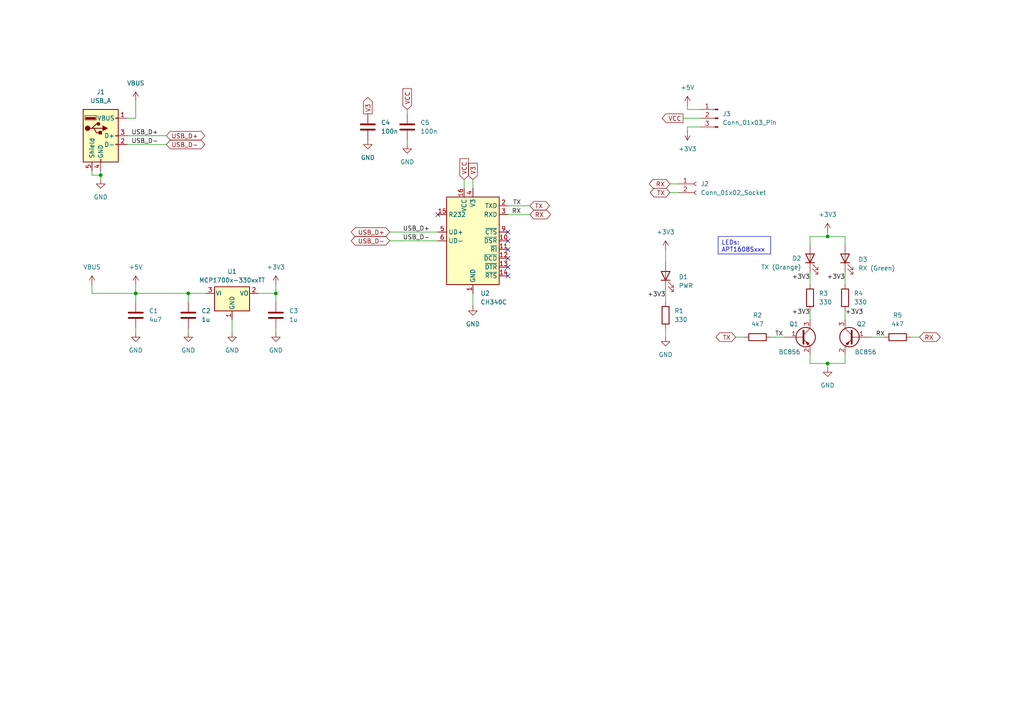
<source format=kicad_sch>
(kicad_sch (version 20231120) (generator "eeschema") (generator_version "8.0")
  (paper "A4")
  (lib_symbols
    (symbol "Connector:Conn_01x02_Socket" (pin_names (offset 1.016) hide)
      (property "Reference" "J" (at 0 2.54 0))
      (property "Value" "Conn_01x02_Socket" (at 0 -5.08 0))
      (symbol "Conn_01x02_Socket_1_1"
        (arc (start 0 -2.032) (mid -0.5058 -2.54) (end 0 -3.048) (stroke (width 0.1524)))
        (polyline (pts (xy -1.27 -2.54) (xy -0.508 -2.54)) (stroke (width 0.1524)))
        (polyline (pts (xy -1.27 0) (xy -0.508 0)) (stroke (width 0.1524)))
        (arc (start 0 0.508) (mid -0.5058 0) (end 0 -0.508) (stroke (width 0.1524)))
        (pin passive line (at -5.08 0 0) (length 3.81) (name "Pin_1") (number "1"))
        (pin passive line (at -5.08 -2.54 0) (length 3.81) (name "Pin_2") (number "2"))
      )
    )
    (symbol "Connector:Conn_01x03_Pin" (pin_names (offset 1.016) hide)
      (property "Reference" "J" (at 0 5.08 0))
      (property "Value" "Conn_01x03_Pin" (at 0 -5.08 0))
      (symbol "Conn_01x03_Pin_1_1"
        (polyline (pts (xy 1.27 -2.54) (xy 0.8636 -2.54)) (stroke (width 0.1524)))
        (polyline (pts (xy 1.27 0) (xy 0.8636 0)) (stroke (width 0.1524)))
        (polyline (pts (xy 1.27 2.54) (xy 0.8636 2.54)) (stroke (width 0.1524)))
        (rectangle (start 0.8636 -2.413) (end 0 -2.667) (stroke (width 0.1524)) (fill (type outline)))
        (rectangle (start 0.8636 0.127) (end 0 -0.127) (stroke (width 0.1524)) (fill (type outline)))
        (rectangle (start 0.8636 2.667) (end 0 2.413) (stroke (width 0.1524)) (fill (type outline)))
        (pin passive line (at 5.08 2.54 180) (length 3.81) (name "Pin_1") (number "1"))
        (pin passive line (at 5.08 0 180) (length 3.81) (name "Pin_2") (number "2"))
        (pin passive line (at 5.08 -2.54 180) (length 3.81) (name "Pin_3") (number "3"))
      )
    )
    (symbol "Connector:USB_A" (pin_names (offset 1.016))
      (property "Reference" "J" (at -5.08 11.43 0))
      (property "Value" "USB_A" (at -5.08 8.89 0))
      (symbol "USB_A_0_1"
        (rectangle (start -5.08 -7.62) (end 5.08 7.62) (stroke (width 0.254)) (fill (type background)))
        (circle (center -3.81 2.159) (radius 0.635) (stroke (width 0.254)) (fill (type outline)))
        (rectangle (start -1.524 4.826) (end -4.318 5.334) (fill (type outline)))
        (rectangle (start -1.27 4.572) (end -4.572 5.842))
        (circle (center -0.635 3.429) (radius 0.381) (stroke (width 0.254)) (fill (type outline)))
        (rectangle (start -0.127 -7.62) (end 0.127 -6.858))
        (polyline (pts (xy -3.175 2.159) (xy -2.54 2.159) (xy -1.27 3.429) (xy -0.635 3.429)) (stroke (width 0.254)))
        (polyline (pts (xy -2.54 2.159) (xy -1.905 2.159) (xy -1.27 0.889) (xy 0 0.889)) (stroke (width 0.254)))
        (polyline (pts (xy 0.635 2.794) (xy 0.635 1.524) (xy 1.905 2.159) (xy 0.635 2.794)) (stroke (width 0.254)) (fill (type outline)))
        (rectangle (start 0.254 1.27) (end -0.508 0.508) (stroke (width 0.254)) (fill (type outline)))
        (rectangle (start 5.08 -2.667) (end 4.318 -2.413))
        (rectangle (start 5.08 -0.127) (end 4.318 0.127))
        (rectangle (start 5.08 4.953) (end 4.318 5.207))
      )
      (symbol "USB_A_1_1"
        (polyline (pts (xy -1.905 2.159) (xy 0.635 2.159)) (stroke (width 0.254)))
        (pin power_in line (at 7.62 5.08 180) (length 2.54) (name "VBUS") (number "1"))
        (pin bidirectional line (at 7.62 -2.54 180) (length 2.54) (name "D-") (number "2"))
        (pin bidirectional line (at 7.62 0 180) (length 2.54) (name "D+") (number "3"))
        (pin power_in line (at 0 -10.16 90) (length 2.54) (name "GND") (number "4"))
        (pin passive line (at -2.54 -10.16 90) (length 2.54) (name "Shield") (number "5"))
      )
    )
    (symbol "Device:C" (pin_numbers hide) (pin_names (offset 0.254))
      (property "Reference" "C" (at 0.635 2.54 0))
      (property "Value" "C" (at 0.635 -2.54 0))
      (symbol "C_0_1"
        (polyline (pts (xy -2.032 -0.762) (xy 2.032 -0.762)) (stroke (width 0.508)))
        (polyline (pts (xy -2.032 0.762) (xy 2.032 0.762)) (stroke (width 0.508)))
      )
      (symbol "C_1_1"
        (pin passive line (at 0 3.81 270) (length 2.794) (name "~") (number "1"))
        (pin passive line (at 0 -3.81 90) (length 2.794) (name "~") (number "2"))
      )
    )
    (symbol "Device:LED" (pin_numbers hide) (pin_names (offset 1.016) hide)
      (property "Reference" "D" (at 0 2.54 0))
      (property "Value" "LED" (at 0 -2.54 0))
      (symbol "LED_0_1"
        (polyline (pts (xy -1.27 -1.27) (xy -1.27 1.27)) (stroke (width 0.254)))
        (polyline (pts (xy -1.27 0) (xy 1.27 0)))
        (polyline (pts (xy 1.27 -1.27) (xy 1.27 1.27) (xy -1.27 0) (xy 1.27 -1.27)) (stroke (width 0.254)))
        (polyline (pts (xy -3.048 -0.762) (xy -4.572 -2.286) (xy -3.81 -2.286) (xy -4.572 -2.286) (xy -4.572 -1.524)))
        (polyline (pts (xy -1.778 -0.762) (xy -3.302 -2.286) (xy -2.54 -2.286) (xy -3.302 -2.286) (xy -3.302 -1.524)))
      )
      (symbol "LED_1_1"
        (pin passive line (at -3.81 0 0) (length 2.54) (name "K") (number "1"))
        (pin passive line (at 3.81 0 180) (length 2.54) (name "A") (number "2"))
      )
    )
    (symbol "Device:R" (pin_numbers hide) (pin_names (offset 0))
      (property "Reference" "R" (at 2.032 0 90))
      (property "Value" "R" (at 0 0 90))
      (symbol "R_0_1"
        (rectangle (start -1.016 -2.54) (end 1.016 2.54) (stroke (width 0.254)))
      )
      (symbol "R_1_1"
        (pin passive line (at 0 3.81 270) (length 1.27) (name "~") (number "1"))
        (pin passive line (at 0 -3.81 90) (length 1.27) (name "~") (number "2"))
      )
    )
    (symbol "Interface_USB:CH340C"
      (property "Reference" "U" (at -5.08 13.97 0))
      (property "Value" "CH340C" (at 1.27 13.97 0))
      (symbol "CH340C_0_1"
        (rectangle (start -7.62 12.7) (end 7.62 -12.7) (stroke (width 0.254)) (fill (type background)))
      )
      (symbol "CH340C_1_1"
        (pin power_in line (at 0 -15.24 90) (length 2.54) (name "GND") (number "1"))
        (pin input line (at 10.16 0 180) (length 2.54) (name "~{DSR}") (number "10"))
        (pin input line (at 10.16 -2.54 180) (length 2.54) (name "~{RI}") (number "11"))
        (pin input line (at 10.16 -5.08 180) (length 2.54) (name "~{DCD}") (number "12"))
        (pin output line (at 10.16 -7.62 180) (length 2.54) (name "~{DTR}") (number "13"))
        (pin output line (at 10.16 -10.16 180) (length 2.54) (name "~{RTS}") (number "14"))
        (pin input line (at -10.16 7.62 0) (length 2.54) (name "R232") (number "15"))
        (pin power_in line (at -2.54 15.24 270) (length 2.54) (name "VCC") (number "16"))
        (pin output line (at 10.16 10.16 180) (length 2.54) (name "TXD") (number "2"))
        (pin input line (at 10.16 7.62 180) (length 2.54) (name "RXD") (number "3"))
        (pin power_out line (at 0 15.24 270) (length 2.54) (name "V3") (number "4"))
        (pin bidirectional line (at -10.16 2.54 0) (length 2.54) (name "UD+") (number "5"))
        (pin bidirectional line (at -10.16 0 0) (length 2.54) (name "UD-") (number "6"))
        (pin no_connect line (at -7.62 -5.08 0) (length 2.54) hide (name "NC") (number "7"))
        (pin no_connect line (at -7.62 -7.62 0) (length 2.54) hide (name "NC") (number "8"))
        (pin input line (at 10.16 2.54 180) (length 2.54) (name "~{CTS}") (number "9"))
      )
    )
    (symbol "Regulator_Linear:MCP1700x-330xxTT" (pin_names (offset 0.254))
      (property "Reference" "U" (at -3.81 3.175 0))
      (property "Value" "MCP1700x-330xxTT" (at 0 3.175 0))
      (symbol "MCP1700x-330xxTT_0_1"
        (rectangle (start -5.08 1.905) (end 5.08 -5.08) (stroke (width 0.254)) (fill (type background)))
      )
      (symbol "MCP1700x-330xxTT_1_1"
        (pin power_in line (at 0 -7.62 90) (length 2.54) (name "GND") (number "1"))
        (pin power_out line (at 7.62 0 180) (length 2.54) (name "VO") (number "2"))
        (pin power_in line (at -7.62 0 0) (length 2.54) (name "VI") (number "3"))
      )
    )
    (symbol "Transistor_BJT:BC856" (pin_names (offset 0) hide)
      (property "Reference" "Q" (at 5.08 1.905 0))
      (property "Value" "BC856" (at 5.08 0 0))
      (symbol "BC856_0_1"
        (polyline (pts (xy 0.635 0.635) (xy 2.54 2.54)))
        (polyline (pts (xy 0.635 -0.635) (xy 2.54 -2.54) (xy 2.54 -2.54)))
        (polyline (pts (xy 0.635 1.905) (xy 0.635 -1.905) (xy 0.635 -1.905)) (stroke (width 0.508)))
        (polyline (pts (xy 2.286 -1.778) (xy 1.778 -2.286) (xy 1.27 -1.27) (xy 2.286 -1.778) (xy 2.286 -1.778)) (fill (type outline)))
        (circle (center 1.27 0) (radius 2.8194) (stroke (width 0.254)))
      )
      (symbol "BC856_1_1"
        (pin input line (at -5.08 0 0) (length 5.715) (name "B") (number "1"))
        (pin passive line (at 2.54 -5.08 90) (length 2.54) (name "E") (number "2"))
        (pin passive line (at 2.54 5.08 270) (length 2.54) (name "C") (number "3"))
      )
    )
    (symbol "power:+3V3" (power) (pin_numbers hide) (pin_names (offset 0) hide)
      (property "Value" "+3V3" (at 0 3.556 0))
      (symbol "+3V3_0_1"
        (polyline (pts (xy -0.762 1.27) (xy 0 2.54)))
        (polyline (pts (xy 0 0) (xy 0 2.54)))
        (polyline (pts (xy 0 2.54) (xy 0.762 1.27)))
      )
      (symbol "+3V3_1_1"
        (pin power_in line (at 0 0 90) (length 0) (name "~") (number "1"))
      )
    )
    (symbol "power:+5V" (power) (pin_numbers hide) (pin_names (offset 0) hide)
      (property "Value" "+5V" (at 0 3.556 0))
      (symbol "+5V_0_1"
        (polyline (pts (xy -0.762 1.27) (xy 0 2.54)))
        (polyline (pts (xy 0 0) (xy 0 2.54)))
        (polyline (pts (xy 0 2.54) (xy 0.762 1.27)))
      )
      (symbol "+5V_1_1"
        (pin power_in line (at 0 0 90) (length 0) (name "~") (number "1"))
      )
    )
    (symbol "power:GND" (power) (pin_numbers hide) (pin_names (offset 0) hide)
      (property "Value" "GND" (at 0 -3.81 0))
      (symbol "GND_0_1"
        (polyline (pts (xy 0 0) (xy 0 -1.27) (xy 1.27 -1.27) (xy 0 -2.54) (xy -1.27 -1.27) (xy 0 -1.27)))
      )
      (symbol "GND_1_1"
        (pin power_in line (at 0 0 270) (length 0) (name "~") (number "1"))
      )
    )
  )
  (junction (at 54.61 85.09))
  (junction (at 39.37 85.09))
  (junction (at 80.01 85.09))
  (junction (at 240.03 68.58))
  (junction (at 29.21 50.8))
  (junction (at 240.03 105.41))
  (no_connect (at 147.32 77.47))
  (no_connect (at 147.32 69.85))
  (no_connect (at 147.32 80.01))
  (no_connect (at 147.32 72.39))
  (no_connect (at 147.32 67.31))
  (no_connect (at 147.32 74.93))
  (no_connect (at 127 62.23))
  (wire (pts (xy 36.83 41.91) (xy 48.26 41.91)))
  (wire (pts (xy 199.39 31.75) (xy 203.2 31.75)))
  (wire (pts (xy 113.03 69.85) (xy 127 69.85)))
  (wire (pts (xy 199.39 36.83) (xy 199.39 38.1)))
  (wire (pts (xy 264.16 97.79) (xy 266.7 97.79)))
  (wire (pts (xy 194.31 53.34) (xy 196.85 53.34)))
  (wire (pts (xy 193.04 72.39) (xy 193.04 76.2)))
  (wire (pts (xy 118.11 40.64) (xy 118.11 41.91)))
  (wire (pts (xy 39.37 85.09) (xy 54.61 85.09)))
  (wire (pts (xy 234.95 78.74) (xy 234.95 82.55)))
  (wire (pts (xy 234.95 90.17) (xy 234.95 92.71)))
  (wire (pts (xy 245.11 68.58) (xy 245.11 71.12)))
  (wire (pts (xy 199.39 30.48) (xy 199.39 31.75)))
  (wire (pts (xy 223.52 97.79) (xy 227.33 97.79)))
  (wire (pts (xy 245.11 102.87) (xy 245.11 105.41)))
  (wire (pts (xy 240.03 68.58) (xy 234.95 68.58)))
  (wire (pts (xy 29.21 50.8) (xy 29.21 52.07)))
  (wire (pts (xy 74.93 85.09) (xy 80.01 85.09)))
  (wire (pts (xy 26.67 85.09) (xy 39.37 85.09)))
  (wire (pts (xy 118.11 31.75) (xy 118.11 33.02)))
  (wire (pts (xy 240.03 105.41) (xy 234.95 105.41)))
  (wire (pts (xy 29.21 50.8) (xy 26.67 50.8)))
  (wire (pts (xy 245.11 78.74) (xy 245.11 82.55)))
  (wire (pts (xy 80.01 82.55) (xy 80.01 85.09)))
  (wire (pts (xy 39.37 95.25) (xy 39.37 96.52)))
  (wire (pts (xy 36.83 39.37) (xy 48.26 39.37)))
  (wire (pts (xy 193.04 95.25) (xy 193.04 97.79)))
  (wire (pts (xy 137.16 52.07) (xy 137.16 54.61)))
  (wire (pts (xy 147.32 62.23) (xy 153.67 62.23)))
  (wire (pts (xy 134.62 52.07) (xy 134.62 54.61)))
  (wire (pts (xy 240.03 105.41) (xy 240.03 106.68)))
  (wire (pts (xy 67.31 92.71) (xy 67.31 96.52)))
  (wire (pts (xy 193.04 83.82) (xy 193.04 87.63)))
  (wire (pts (xy 39.37 29.21) (xy 39.37 34.29)))
  (wire (pts (xy 80.01 95.25) (xy 80.01 96.52)))
  (wire (pts (xy 240.03 67.31) (xy 240.03 68.58)))
  (wire (pts (xy 29.21 49.53) (xy 29.21 50.8)))
  (wire (pts (xy 147.32 59.69) (xy 153.67 59.69)))
  (wire (pts (xy 39.37 82.55) (xy 39.37 85.09)))
  (wire (pts (xy 234.95 105.41) (xy 234.95 102.87)))
  (wire (pts (xy 137.16 85.09) (xy 137.16 88.9)))
  (wire (pts (xy 39.37 85.09) (xy 39.37 87.63)))
  (wire (pts (xy 39.37 34.29) (xy 36.83 34.29)))
  (wire (pts (xy 54.61 85.09) (xy 59.69 85.09)))
  (wire (pts (xy 194.31 55.88) (xy 196.85 55.88)))
  (wire (pts (xy 252.73 97.79) (xy 256.54 97.79)))
  (wire (pts (xy 234.95 68.58) (xy 234.95 71.12)))
  (wire (pts (xy 203.2 36.83) (xy 199.39 36.83)))
  (wire (pts (xy 26.67 82.55) (xy 26.67 85.09)))
  (wire (pts (xy 245.11 105.41) (xy 240.03 105.41)))
  (wire (pts (xy 80.01 85.09) (xy 80.01 87.63)))
  (wire (pts (xy 245.11 90.17) (xy 245.11 92.71)))
  (wire (pts (xy 198.12 34.29) (xy 203.2 34.29)))
  (wire (pts (xy 213.36 97.79) (xy 215.9 97.79)))
  (wire (pts (xy 26.67 49.53) (xy 26.67 50.8)))
  (wire (pts (xy 240.03 68.58) (xy 245.11 68.58)))
  (wire (pts (xy 54.61 95.25) (xy 54.61 96.52)))
  (wire (pts (xy 113.03 67.31) (xy 127 67.31)))
  (wire (pts (xy 54.61 85.09) (xy 54.61 87.63)))
  (text_box "LEDs: APT1608Sxxx" (at 208.28 68.58 0) (size 15.24 5.08) (effects (font (size 1.27 1.27)) (justify left top)))
  (label "USB_D-" (at 38.1 41.91 0))
  (label "USB_D+" (at 116.84 67.31 0))
  (label "RX" (at 254 97.79 0))
  (label "+3V3" (at 234.95 91.44 180))
  (label "+3V3" (at 245.11 81.28 180))
  (label "USB_D+" (at 38.1 39.37 0))
  (label "TX" (at 151.13 59.69 180))
  (label "RX" (at 151.13 62.23 180))
  (label "TX" (at 224.79 97.79 0))
  (label "USB_D-" (at 116.84 69.85 0))
  (label "+3V3" (at 245.11 91.44 0))
  (label "+3V3" (at 234.95 81.28 180))
  (label "+3V3" (at 193.04 86.36 180))
  (global_label "TX" (shape bidirectional) (at 194.31 55.88 180) (property "Intersheetrefs" "${INTERSHEET_REFS}" (effects (hide yes))))
  (global_label "TX" (shape bidirectional) (at 153.67 59.69 0) (property "Intersheetrefs" "${INTERSHEET_REFS}" (effects (hide yes))))
  (global_label "V3" (shape input) (at 137.16 52.07 90) (property "Intersheetrefs" "${INTERSHEET_REFS}" (effects (hide yes))))
  (global_label "VCC" (shape output) (at 198.12 34.29 180) (property "Intersheetrefs" "${INTERSHEET_REFS}" (effects (hide yes))))
  (global_label "VCC" (shape input) (at 118.11 31.75 90) (property "Intersheetrefs" "${INTERSHEET_REFS}" (effects (hide yes))))
  (global_label "USB_D+" (shape bidirectional) (at 48.26 39.37 0) (property "Intersheetrefs" "${INTERSHEET_REFS}" (effects (hide yes))))
  (global_label "USB_D+" (shape bidirectional) (at 113.03 67.31 180) (property "Intersheetrefs" "${INTERSHEET_REFS}" (effects (hide yes))))
  (global_label "VCC" (shape input) (at 134.62 52.07 90) (property "Intersheetrefs" "${INTERSHEET_REFS}" (effects (hide yes))))
  (global_label "USB_D-" (shape bidirectional) (at 113.03 69.85 180) (property "Intersheetrefs" "${INTERSHEET_REFS}" (effects (hide yes))))
  (global_label "V3" (shape output) (at 106.68 33.02 90) (property "Intersheetrefs" "${INTERSHEET_REFS}" (effects (hide yes))))
  (global_label "RX" (shape bidirectional) (at 194.31 53.34 180) (property "Intersheetrefs" "${INTERSHEET_REFS}" (effects (hide yes))))
  (global_label "RX" (shape bidirectional) (at 266.7 97.79 0) (property "Intersheetrefs" "${INTERSHEET_REFS}" (effects (hide yes))))
  (global_label "RX" (shape bidirectional) (at 153.67 62.23 0) (property "Intersheetrefs" "${INTERSHEET_REFS}" (effects (hide yes))))
  (global_label "USB_D-" (shape bidirectional) (at 48.26 41.91 0) (property "Intersheetrefs" "${INTERSHEET_REFS}" (effects (hide yes))))
  (global_label "TX" (shape bidirectional) (at 213.36 97.79 180) (property "Intersheetrefs" "${INTERSHEET_REFS}" (effects (hide yes))))
  (symbol (lib_id "Device:C") (at 80.01 91.44 0) (unit 1)
    (property "Reference" "C3" (at 83.82 90.1699 0) (effects (justify left)))
    (property "Value" "1u" (at 83.82 92.7099 0) (effects (justify left)))
    (property "Footprint" "Capacitor_SMD:C_0603_1608Metric" (effects (hide yes)))
    (property "Description" "Unpolarized capacitor" (effects (hide yes)))
  )
  (symbol (lib_id "Transistor_BJT:BC856") (at 247.65 97.79 0) (mirror y) (unit 1)
    (property "Reference" "Q2" (at 251.206 93.98 0) (effects (justify left)))
    (property "Value" "BC856" (at 254.254 102.108 0) (effects (justify left)))
    (property "Footprint" "Package_TO_SOT_SMD:SOT-23" (effects (hide yes)))
    (property "Datasheet" "https://www.onsemi.com/pub/Collateral/BC860-D.pdf" (effects (hide yes)))
    (property "Description" "0.1A Ic, 65V Vce, PNP Transistor, SOT-23" (effects (hide yes)))
  )
  (symbol (lib_id "Connector:Conn_01x02_Socket") (at 201.93 53.34 0) (unit 1)
    (property "Reference" "J2" (at 203.2 53.3399 0) (effects (justify left)))
    (property "Value" "Conn_01x02_Socket" (at 203.2 55.8799 0) (effects (justify left)))
    (property "Footprint" "Connector_JST:JST_PH_S2B-PH-K_1x02_P2.00mm_Horizontal" (effects (hide yes)))
    (property "Description" "Generic connector, single row, 01x02, script generated" (effects (hide yes)))
  )
  (symbol (lib_id "Device:R") (at 234.95 86.36 0) (unit 1)
    (property "Reference" "R3" (at 237.49 85.0899 0) (effects (justify left)))
    (property "Value" "330" (at 237.49 87.6299 0) (effects (justify left)))
    (property "Footprint" "Resistor_SMD:R_0603_1608Metric" (effects (hide yes)))
    (property "Description" "Resistor" (effects (hide yes)))
  )
  (symbol (lib_id "power:GND") (at 67.31 96.52 0) (unit 1)
    (property "Reference" "#PWR07" (effects (hide yes)))
    (property "Value" "GND" (at 67.31 101.6 0))
    (property "Description" "Power symbol creates a global label with name \"GND\" , ground" (effects (hide yes)))
  )
  (symbol (lib_id "Device:LED") (at 193.04 80.01 90) (unit 1)
    (property "Reference" "D1" (at 196.85 80.3274 90) (effects (justify right)))
    (property "Value" "PWR" (at 196.85 82.8674 90) (effects (justify right)))
    (property "Footprint" "LED_SMD:LED_0603_1608Metric" (effects (hide yes)))
    (property "Description" "Light emitting diode" (effects (hide yes)))
  )
  (symbol (lib_id "Transistor_BJT:BC856") (at 232.41 97.79 0) (unit 1)
    (property "Reference" "Q1" (at 228.854 93.98 0) (effects (justify left)))
    (property "Value" "BC856" (at 225.806 102.108 0) (effects (justify left)))
    (property "Footprint" "Package_TO_SOT_SMD:SOT-23" (effects (hide yes)))
    (property "Datasheet" "https://www.onsemi.com/pub/Collateral/BC860-D.pdf" (effects (hide yes)))
    (property "Description" "0.1A Ic, 65V Vce, PNP Transistor, SOT-23" (effects (hide yes)))
  )
  (symbol (lib_id "Device:R") (at 193.04 91.44 0) (unit 1)
    (property "Reference" "R1" (at 195.58 90.1699 0) (effects (justify left)))
    (property "Value" "330" (at 195.58 92.7099 0) (effects (justify left)))
    (property "Footprint" "Resistor_SMD:R_0603_1608Metric" (effects (hide yes)))
    (property "Description" "Resistor" (effects (hide yes)))
  )
  (symbol (lib_id "power:GND") (at 80.01 96.52 0) (unit 1)
    (property "Reference" "#PWR09" (effects (hide yes)))
    (property "Value" "GND" (at 80.01 101.6 0))
    (property "Description" "Power symbol creates a global label with name \"GND\" , ground" (effects (hide yes)))
  )
  (symbol (lib_id "Device:R") (at 245.11 86.36 0) (unit 1)
    (property "Reference" "R4" (at 247.65 85.0899 0) (effects (justify left)))
    (property "Value" "330" (at 247.65 87.6299 0) (effects (justify left)))
    (property "Footprint" "Resistor_SMD:R_0603_1608Metric" (effects (hide yes)))
    (property "Description" "Resistor" (effects (hide yes)))
  )
  (symbol (lib_id "power:+3V3") (at 193.04 72.39 0) (unit 1)
    (property "Reference" "#PWR013" (effects (hide yes)))
    (property "Value" "+3V3" (at 193.04 67.31 0))
    (property "Description" "Power symbol creates a global label with name \"+3V3\"" (effects (hide yes)))
  )
  (symbol (lib_id "power:GND") (at 193.04 97.79 0) (unit 1)
    (property "Reference" "#PWR014" (effects (hide yes)))
    (property "Value" "GND" (at 193.04 102.87 0))
    (property "Description" "Power symbol creates a global label with name \"GND\" , ground" (effects (hide yes)))
  )
  (symbol (lib_id "Device:C") (at 54.61 91.44 0) (unit 1)
    (property "Reference" "C2" (at 58.42 90.1699 0) (effects (justify left)))
    (property "Value" "1u" (at 58.42 92.7099 0) (effects (justify left)))
    (property "Footprint" "Capacitor_SMD:C_0603_1608Metric" (effects (hide yes)))
    (property "Description" "Unpolarized capacitor" (effects (hide yes)))
  )
  (symbol (lib_id "power:GND") (at 118.11 41.91 0) (unit 1)
    (property "Reference" "#PWR011" (effects (hide yes)))
    (property "Value" "GND" (at 118.11 46.99 0))
    (property "Description" "Power symbol creates a global label with name \"GND\" , ground" (effects (hide yes)))
  )
  (symbol (lib_id "power:+5V") (at 199.39 30.48 0) (unit 1)
    (property "Reference" "#PWR015" (effects (hide yes)))
    (property "Value" "+5V" (at 199.39 25.4 0))
    (property "Description" "Power symbol creates a global label with name \"+5V\"" (effects (hide yes)))
  )
  (symbol (lib_id "power:+5V") (at 39.37 29.21 0) (unit 1)
    (property "Reference" "#PWR03" (effects (hide yes)))
    (property "Value" "VBUS" (at 39.37 24.13 0))
    (property "Description" "Power symbol creates a global label with name \"+5V\"" (effects (hide yes)))
  )
  (symbol (lib_id "Device:C") (at 106.68 36.83 0) (unit 1)
    (property "Reference" "C4" (at 110.49 35.5599 0) (effects (justify left)))
    (property "Value" "100n" (at 110.49 38.0999 0) (effects (justify left)))
    (property "Footprint" "Capacitor_SMD:C_0603_1608Metric" (effects (hide yes)))
    (property "Description" "Unpolarized capacitor" (effects (hide yes)))
  )
  (symbol (lib_id "power:+5V") (at 26.67 82.55 0) (unit 1)
    (property "Reference" "#PWR01" (effects (hide yes)))
    (property "Value" "VBUS" (at 26.67 77.47 0))
    (property "Description" "Power symbol creates a global label with name \"+5V\"" (effects (hide yes)))
  )
  (symbol (lib_id "power:GND") (at 39.37 96.52 0) (unit 1)
    (property "Reference" "#PWR05" (effects (hide yes)))
    (property "Value" "GND" (at 39.37 101.6 0))
    (property "Description" "Power symbol creates a global label with name \"GND\" , ground" (effects (hide yes)))
  )
  (symbol (lib_id "power:+5V") (at 39.37 82.55 0) (unit 1)
    (property "Reference" "#PWR04" (effects (hide yes)))
    (property "Value" "+5V" (at 39.37 77.47 0))
    (property "Description" "Power symbol creates a global label with name \"+5V\"" (effects (hide yes)))
  )
  (symbol (lib_id "power:+3V3") (at 240.03 67.31 0) (unit 1)
    (property "Reference" "#PWR017" (effects (hide yes)))
    (property "Value" "+3V3" (at 240.03 62.23 0))
    (property "Description" "Power symbol creates a global label with name \"+3V3\"" (effects (hide yes)))
  )
  (symbol (lib_id "Device:C") (at 118.11 36.83 0) (unit 1)
    (property "Reference" "C5" (at 121.92 35.5599 0) (effects (justify left)))
    (property "Value" "100n" (at 121.92 38.0999 0) (effects (justify left)))
    (property "Footprint" "Capacitor_SMD:C_0603_1608Metric" (effects (hide yes)))
    (property "Description" "Unpolarized capacitor" (effects (hide yes)))
  )
  (symbol (lib_id "Connector:Conn_01x03_Pin") (at 208.28 34.29 0) (mirror y) (unit 1)
    (property "Reference" "J3" (at 209.55 33.0199 0) (effects (justify right)))
    (property "Value" "Conn_01x03_Pin" (at 209.55 35.5599 0) (effects (justify right)))
    (property "Footprint" "Connector_PinHeader_2.54mm:PinHeader_1x03_P2.54mm_Vertical" (effects (hide yes)))
    (property "Description" "Generic connector, single row, 01x03, script generated" (effects (hide yes)))
  )
  (symbol (lib_id "Device:R") (at 260.35 97.79 90) (unit 1)
    (property "Reference" "R5" (at 260.35 91.44 90))
    (property "Value" "4k7" (at 260.35 93.98 90))
    (property "Footprint" "Resistor_SMD:R_0603_1608Metric" (effects (hide yes)))
    (property "Description" "Resistor" (effects (hide yes)))
  )
  (symbol (lib_id "power:GND") (at 29.21 52.07 0) (unit 1)
    (property "Reference" "#PWR02" (effects (hide yes)))
    (property "Value" "GND" (at 29.21 57.15 0))
    (property "Description" "Power symbol creates a global label with name \"GND\" , ground" (effects (hide yes)))
  )
  (symbol (lib_id "Device:R") (at 219.71 97.79 90) (unit 1)
    (property "Reference" "R2" (at 219.71 91.44 90))
    (property "Value" "4k7" (at 219.71 93.98 90))
    (property "Footprint" "Resistor_SMD:R_0603_1608Metric" (effects (hide yes)))
    (property "Description" "Resistor" (effects (hide yes)))
  )
  (symbol (lib_id "power:GND") (at 54.61 96.52 0) (unit 1)
    (property "Reference" "#PWR06" (effects (hide yes)))
    (property "Value" "GND" (at 54.61 101.6 0))
    (property "Description" "Power symbol creates a global label with name \"GND\" , ground" (effects (hide yes)))
  )
  (symbol (lib_id "power:GND") (at 240.03 106.68 0) (unit 1)
    (property "Reference" "#PWR018" (effects (hide yes)))
    (property "Value" "GND" (at 240.03 111.76 0))
    (property "Description" "Power symbol creates a global label with name \"GND\" , ground" (effects (hide yes)))
  )
  (symbol (lib_id "Device:LED") (at 234.95 74.93 90) (unit 1)
    (property "Reference" "D2" (at 232.41 74.93 90) (effects (justify left)))
    (property "Value" "TX (Orange)" (at 232.41 77.47 90) (effects (justify left)))
    (property "Footprint" "LED_SMD:LED_0603_1608Metric" (effects (hide yes)))
    (property "Description" "Light emitting diode" (effects (hide yes)))
  )
  (symbol (lib_id "power:+3V3") (at 199.39 38.1 180) (unit 1)
    (property "Reference" "#PWR016" (effects (hide yes)))
    (property "Value" "+3V3" (at 199.39 43.18 0))
    (property "Description" "Power symbol creates a global label with name \"+3V3\"" (effects (hide yes)))
  )
  (symbol (lib_id "Connector:USB_A") (at 29.21 39.37 0) (unit 1)
    (property "Reference" "J1" (at 29.21 26.67 0))
    (property "Value" "USB_A" (at 29.21 29.21 0))
    (property "Footprint" "Connector_USB:USB_A_Molex_48037-2200_Horizontal" (effects (hide yes)))
    (property "Description" "USB Type A connector" (effects (hide yes)))
  )
  (symbol (lib_id "Device:LED") (at 245.11 74.93 90) (unit 1)
    (property "Reference" "D3" (at 248.92 75.2474 90) (effects (justify right)))
    (property "Value" "RX (Green)" (at 248.92 77.7874 90) (effects (justify right)))
    (property "Footprint" "LED_SMD:LED_0603_1608Metric" (effects (hide yes)))
    (property "Description" "Light emitting diode" (effects (hide yes)))
  )
  (symbol (lib_id "power:+3V3") (at 80.01 82.55 0) (unit 1)
    (property "Reference" "#PWR08" (effects (hide yes)))
    (property "Value" "+3V3" (at 80.01 77.47 0))
    (property "Description" "Power symbol creates a global label with name \"+3V3\"" (effects (hide yes)))
  )
  (symbol (lib_id "power:GND") (at 106.68 40.64 0) (unit 1)
    (property "Reference" "#PWR010" (effects (hide yes)))
    (property "Value" "GND" (at 106.68 45.72 0))
    (property "Description" "Power symbol creates a global label with name \"GND\" , ground" (effects (hide yes)))
  )
  (symbol (lib_id "Regulator_Linear:MCP1700x-330xxTT") (at 67.31 85.09 0) (unit 1)
    (property "Reference" "U1" (at 67.31 78.74 0))
    (property "Value" "MCP1700x-330xxTT" (at 67.31 81.28 0))
    (property "Footprint" "Package_TO_SOT_SMD:SOT-23" (effects (hide yes)))
    (property "Datasheet" "http://ww1.microchip.com/downloads/en/DeviceDoc/20001826D.pdf" (effects (hide yes)))
    (property "Description" "250mA Low Quiscent Current LDO, 3.3V output, SOT-23" (effects (hide yes)))
  )
  (symbol (lib_id "Interface_USB:CH340C") (at 137.16 69.85 0) (unit 1)
    (property "Reference" "U2" (at 139.3541 85.09 0) (effects (justify left)))
    (property "Value" "CH340C" (at 139.3541 87.63 0) (effects (justify left)))
    (property "Footprint" "Package_SO:SOIC-16_3.9x9.9mm_P1.27mm" (effects (hide yes)))
    (property "Datasheet" "https://datasheet.lcsc.com/szlcsc/Jiangsu-Qin-Heng-CH340C_C84681.pdf" (effects (hide yes)))
    (property "Description" "USB serial converter, crystal-less, UART, SOIC-16" (effects (hide yes)))
  )
  (symbol (lib_id "Device:C") (at 39.37 91.44 0) (unit 1)
    (property "Reference" "C1" (at 43.18 90.1699 0) (effects (justify left)))
    (property "Value" "4u7" (at 43.18 92.7099 0) (effects (justify left)))
    (property "Footprint" "Capacitor_SMD:C_0603_1608Metric" (effects (hide yes)))
    (property "Description" "Unpolarized capacitor" (effects (hide yes)))
  )
  (symbol (lib_id "power:GND") (at 137.16 88.9 0) (unit 1)
    (property "Reference" "#PWR012" (effects (hide yes)))
    (property "Value" "GND" (at 137.16 93.98 0))
    (property "Description" "Power symbol creates a global label with name \"GND\" , ground" (effects (hide yes)))
  )
)
</source>
